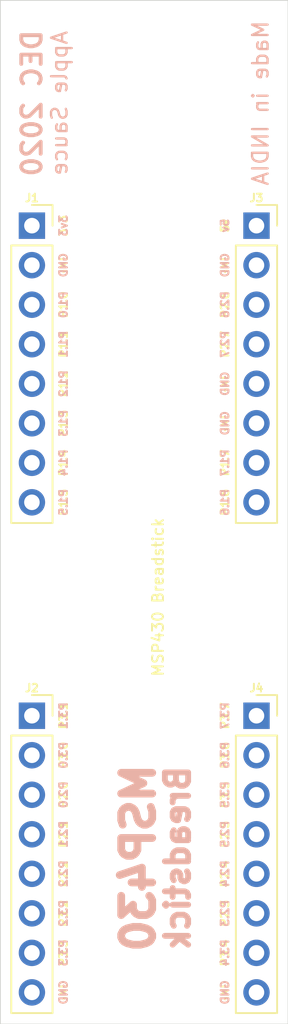
<source format=kicad_pcb>
(kicad_pcb (version 20171130) (host pcbnew 5.1.9-73d0e3b20d~88~ubuntu20.04.1)

  (general
    (thickness 1.6)
    (drawings 74)
    (tracks 0)
    (zones 0)
    (modules 4)
    (nets 2)
  )

  (page A4)
  (title_block
    (title "MSP430 BreadStick-Shield")
    (date 2021-01-20)
    (rev V0.1)
    (company "UpsideDown Labs")
  )

  (layers
    (0 F.Cu signal)
    (31 B.Cu signal)
    (32 B.Adhes user)
    (33 F.Adhes user)
    (34 B.Paste user)
    (35 F.Paste user)
    (36 B.SilkS user)
    (37 F.SilkS user)
    (38 B.Mask user)
    (39 F.Mask user)
    (40 Dwgs.User user)
    (41 Cmts.User user)
    (42 Eco1.User user)
    (43 Eco2.User user)
    (44 Edge.Cuts user)
    (45 Margin user)
    (46 B.CrtYd user)
    (47 F.CrtYd user)
    (48 B.Fab user)
    (49 F.Fab user hide)
  )

  (setup
    (last_trace_width 0.25)
    (user_trace_width 0.3)
    (trace_clearance 0.2)
    (zone_clearance 0.508)
    (zone_45_only no)
    (trace_min 0.2)
    (via_size 0.8)
    (via_drill 0.4)
    (via_min_size 0.4)
    (via_min_drill 0.3)
    (user_via 0.41 0.3)
    (uvia_size 0.3)
    (uvia_drill 0.1)
    (uvias_allowed no)
    (uvia_min_size 0.2)
    (uvia_min_drill 0.1)
    (edge_width 0.05)
    (segment_width 0.2)
    (pcb_text_width 0.3)
    (pcb_text_size 1.5 1.5)
    (mod_edge_width 0.12)
    (mod_text_size 1 1)
    (mod_text_width 0.15)
    (pad_size 1.524 1.524)
    (pad_drill 0.762)
    (pad_to_mask_clearance 0)
    (aux_axis_origin 0 0)
    (visible_elements FFFFFF7F)
    (pcbplotparams
      (layerselection 0x010fc_ffffffff)
      (usegerberextensions false)
      (usegerberattributes true)
      (usegerberadvancedattributes true)
      (creategerberjobfile true)
      (excludeedgelayer true)
      (linewidth 0.100000)
      (plotframeref false)
      (viasonmask false)
      (mode 1)
      (useauxorigin false)
      (hpglpennumber 1)
      (hpglpenspeed 20)
      (hpglpendiameter 15.000000)
      (psnegative false)
      (psa4output false)
      (plotreference true)
      (plotvalue true)
      (plotinvisibletext false)
      (padsonsilk false)
      (subtractmaskfromsilk false)
      (outputformat 1)
      (mirror false)
      (drillshape 1)
      (scaleselection 1)
      (outputdirectory ""))
  )

  (net 0 "")
  (net 1 GND)

  (net_class Default "This is the default net class."
    (clearance 0.2)
    (trace_width 0.25)
    (via_dia 0.8)
    (via_drill 0.4)
    (uvia_dia 0.3)
    (uvia_drill 0.1)
    (add_net GND)
  )

  (module Connector_PinSocket_2.54mm:PinSocket_1x08_P2.54mm_Vertical (layer F.Cu) (tedit 5A19A420) (tstamp 5FD10F7E)
    (at 142.24 91.44)
    (descr "Through hole straight socket strip, 1x08, 2.54mm pitch, single row (from Kicad 4.0.7), script generated")
    (tags "Through hole socket strip THT 1x08 2.54mm single row")
    (path /5FD4DBEE)
    (fp_text reference J4 (at 0 -1.778) (layer F.SilkS)
      (effects (font (size 0.5 0.5) (thickness 0.125)))
    )
    (fp_text value Conn_01x08_Male (at 2.794 11.938 90) (layer F.Fab)
      (effects (font (size 1 1) (thickness 0.15)))
    )
    (fp_line (start -1.27 -1.27) (end 0.635 -1.27) (layer F.Fab) (width 0.1))
    (fp_line (start 0.635 -1.27) (end 1.27 -0.635) (layer F.Fab) (width 0.1))
    (fp_line (start 1.27 -0.635) (end 1.27 19.05) (layer F.Fab) (width 0.1))
    (fp_line (start 1.27 19.05) (end -1.27 19.05) (layer F.Fab) (width 0.1))
    (fp_line (start -1.27 19.05) (end -1.27 -1.27) (layer F.Fab) (width 0.1))
    (fp_line (start -1.33 1.27) (end 1.33 1.27) (layer F.SilkS) (width 0.12))
    (fp_line (start -1.33 1.27) (end -1.33 19.11) (layer F.SilkS) (width 0.12))
    (fp_line (start -1.33 19.11) (end 1.33 19.11) (layer F.SilkS) (width 0.12))
    (fp_line (start 1.33 1.27) (end 1.33 19.11) (layer F.SilkS) (width 0.12))
    (fp_line (start 1.33 -1.33) (end 1.33 0) (layer F.SilkS) (width 0.12))
    (fp_line (start 0 -1.33) (end 1.33 -1.33) (layer F.SilkS) (width 0.12))
    (fp_line (start -1.8 -1.8) (end 1.75 -1.8) (layer F.CrtYd) (width 0.05))
    (fp_line (start 1.75 -1.8) (end 1.75 19.55) (layer F.CrtYd) (width 0.05))
    (fp_line (start 1.75 19.55) (end -1.8 19.55) (layer F.CrtYd) (width 0.05))
    (fp_line (start -1.8 19.55) (end -1.8 -1.8) (layer F.CrtYd) (width 0.05))
    (fp_text user %R (at 0 8.89 90) (layer F.Fab)
      (effects (font (size 1 1) (thickness 0.15)))
    )
    (pad 8 thru_hole oval (at 0 17.78) (size 1.7 1.7) (drill 1) (layers *.Cu *.Mask)
      (net 1 GND))
    (pad 7 thru_hole oval (at 0 15.24) (size 1.7 1.7) (drill 1) (layers *.Cu *.Mask))
    (pad 6 thru_hole oval (at 0 12.7) (size 1.7 1.7) (drill 1) (layers *.Cu *.Mask))
    (pad 5 thru_hole oval (at 0 10.16) (size 1.7 1.7) (drill 1) (layers *.Cu *.Mask))
    (pad 4 thru_hole oval (at 0 7.62) (size 1.7 1.7) (drill 1) (layers *.Cu *.Mask))
    (pad 3 thru_hole oval (at 0 5.08) (size 1.7 1.7) (drill 1) (layers *.Cu *.Mask))
    (pad 2 thru_hole oval (at 0 2.54) (size 1.7 1.7) (drill 1) (layers *.Cu *.Mask))
    (pad 1 thru_hole rect (at 0 0) (size 1.7 1.7) (drill 1) (layers *.Cu *.Mask))
    (model ${KISYS3DMOD}/Connector_PinSocket_2.54mm.3dshapes/PinSocket_1x08_P2.54mm_Vertical.wrl
      (at (xyz 0 0 0))
      (scale (xyz 1 1 1))
      (rotate (xyz 0 0 0))
    )
  )

  (module Connector_PinSocket_2.54mm:PinSocket_1x08_P2.54mm_Vertical (layer F.Cu) (tedit 5A19A420) (tstamp 5FD10F62)
    (at 142.24 59.944)
    (descr "Through hole straight socket strip, 1x08, 2.54mm pitch, single row (from Kicad 4.0.7), script generated")
    (tags "Through hole socket strip THT 1x08 2.54mm single row")
    (path /5FD4CFAC)
    (fp_text reference J3 (at 0 -1.778 180) (layer F.SilkS)
      (effects (font (size 0.5 0.5) (thickness 0.125)))
    )
    (fp_text value Conn_01x08_Male (at 2.54 9.906 90) (layer F.Fab)
      (effects (font (size 1 1) (thickness 0.15)))
    )
    (fp_line (start -1.27 -1.27) (end 0.635 -1.27) (layer F.Fab) (width 0.1))
    (fp_line (start 0.635 -1.27) (end 1.27 -0.635) (layer F.Fab) (width 0.1))
    (fp_line (start 1.27 -0.635) (end 1.27 19.05) (layer F.Fab) (width 0.1))
    (fp_line (start 1.27 19.05) (end -1.27 19.05) (layer F.Fab) (width 0.1))
    (fp_line (start -1.27 19.05) (end -1.27 -1.27) (layer F.Fab) (width 0.1))
    (fp_line (start -1.33 1.27) (end 1.33 1.27) (layer F.SilkS) (width 0.12))
    (fp_line (start -1.33 1.27) (end -1.33 19.11) (layer F.SilkS) (width 0.12))
    (fp_line (start -1.33 19.11) (end 1.33 19.11) (layer F.SilkS) (width 0.12))
    (fp_line (start 1.33 1.27) (end 1.33 19.11) (layer F.SilkS) (width 0.12))
    (fp_line (start 1.33 -1.33) (end 1.33 0) (layer F.SilkS) (width 0.12))
    (fp_line (start 0 -1.33) (end 1.33 -1.33) (layer F.SilkS) (width 0.12))
    (fp_line (start -1.8 -1.8) (end 1.75 -1.8) (layer F.CrtYd) (width 0.05))
    (fp_line (start 1.75 -1.8) (end 1.75 19.55) (layer F.CrtYd) (width 0.05))
    (fp_line (start 1.75 19.55) (end -1.8 19.55) (layer F.CrtYd) (width 0.05))
    (fp_line (start -1.8 19.55) (end -1.8 -1.8) (layer F.CrtYd) (width 0.05))
    (fp_text user %R (at 0 8.89 90) (layer F.Fab)
      (effects (font (size 1 1) (thickness 0.15)))
    )
    (pad 8 thru_hole oval (at 0 17.78) (size 1.7 1.7) (drill 1) (layers *.Cu *.Mask))
    (pad 7 thru_hole oval (at 0 15.24) (size 1.7 1.7) (drill 1) (layers *.Cu *.Mask))
    (pad 6 thru_hole oval (at 0 12.7) (size 1.7 1.7) (drill 1) (layers *.Cu *.Mask)
      (net 1 GND))
    (pad 5 thru_hole oval (at 0 10.16) (size 1.7 1.7) (drill 1) (layers *.Cu *.Mask)
      (net 1 GND))
    (pad 4 thru_hole oval (at 0 7.62) (size 1.7 1.7) (drill 1) (layers *.Cu *.Mask))
    (pad 3 thru_hole oval (at 0 5.08) (size 1.7 1.7) (drill 1) (layers *.Cu *.Mask))
    (pad 2 thru_hole oval (at 0 2.54) (size 1.7 1.7) (drill 1) (layers *.Cu *.Mask)
      (net 1 GND))
    (pad 1 thru_hole rect (at 0 0) (size 1.7 1.7) (drill 1) (layers *.Cu *.Mask))
    (model ${KISYS3DMOD}/Connector_PinSocket_2.54mm.3dshapes/PinSocket_1x08_P2.54mm_Vertical.wrl
      (at (xyz 0 0 0))
      (scale (xyz 1 1 1))
      (rotate (xyz 0 0 0))
    )
  )

  (module Connector_PinSocket_2.54mm:PinSocket_1x08_P2.54mm_Vertical (layer F.Cu) (tedit 5A19A420) (tstamp 5FD10F46)
    (at 127.762 91.44)
    (descr "Through hole straight socket strip, 1x08, 2.54mm pitch, single row (from Kicad 4.0.7), script generated")
    (tags "Through hole socket strip THT 1x08 2.54mm single row")
    (path /5FD4C3DB)
    (fp_text reference J2 (at 0 -1.778) (layer F.SilkS)
      (effects (font (size 0.5 0.5) (thickness 0.125)))
    )
    (fp_text value Conn_01x08_Male (at -3.048 11.7348 90) (layer F.Fab)
      (effects (font (size 1 1) (thickness 0.15)))
    )
    (fp_line (start -1.27 -1.27) (end 0.635 -1.27) (layer F.Fab) (width 0.1))
    (fp_line (start 0.635 -1.27) (end 1.27 -0.635) (layer F.Fab) (width 0.1))
    (fp_line (start 1.27 -0.635) (end 1.27 19.05) (layer F.Fab) (width 0.1))
    (fp_line (start 1.27 19.05) (end -1.27 19.05) (layer F.Fab) (width 0.1))
    (fp_line (start -1.27 19.05) (end -1.27 -1.27) (layer F.Fab) (width 0.1))
    (fp_line (start -1.33 1.27) (end 1.33 1.27) (layer F.SilkS) (width 0.12))
    (fp_line (start -1.33 1.27) (end -1.33 19.11) (layer F.SilkS) (width 0.12))
    (fp_line (start -1.33 19.11) (end 1.33 19.11) (layer F.SilkS) (width 0.12))
    (fp_line (start 1.33 1.27) (end 1.33 19.11) (layer F.SilkS) (width 0.12))
    (fp_line (start 1.33 -1.33) (end 1.33 0) (layer F.SilkS) (width 0.12))
    (fp_line (start 0 -1.33) (end 1.33 -1.33) (layer F.SilkS) (width 0.12))
    (fp_line (start -1.8 -1.8) (end 1.75 -1.8) (layer F.CrtYd) (width 0.05))
    (fp_line (start 1.75 -1.8) (end 1.75 19.55) (layer F.CrtYd) (width 0.05))
    (fp_line (start 1.75 19.55) (end -1.8 19.55) (layer F.CrtYd) (width 0.05))
    (fp_line (start -1.8 19.55) (end -1.8 -1.8) (layer F.CrtYd) (width 0.05))
    (fp_text user %R (at 0 8.89 90) (layer F.Fab)
      (effects (font (size 1 1) (thickness 0.15)))
    )
    (pad 8 thru_hole oval (at 0 17.78) (size 1.7 1.7) (drill 1) (layers *.Cu *.Mask)
      (net 1 GND))
    (pad 7 thru_hole oval (at 0 15.24) (size 1.7 1.7) (drill 1) (layers *.Cu *.Mask))
    (pad 6 thru_hole oval (at 0 12.7) (size 1.7 1.7) (drill 1) (layers *.Cu *.Mask))
    (pad 5 thru_hole oval (at 0 10.16) (size 1.7 1.7) (drill 1) (layers *.Cu *.Mask))
    (pad 4 thru_hole oval (at 0 7.62) (size 1.7 1.7) (drill 1) (layers *.Cu *.Mask))
    (pad 3 thru_hole oval (at 0 5.08) (size 1.7 1.7) (drill 1) (layers *.Cu *.Mask))
    (pad 2 thru_hole oval (at 0 2.54) (size 1.7 1.7) (drill 1) (layers *.Cu *.Mask))
    (pad 1 thru_hole rect (at 0 0) (size 1.7 1.7) (drill 1) (layers *.Cu *.Mask))
    (model ${KISYS3DMOD}/Connector_PinSocket_2.54mm.3dshapes/PinSocket_1x08_P2.54mm_Vertical.wrl
      (at (xyz 0 0 0))
      (scale (xyz 1 1 1))
      (rotate (xyz 0 0 0))
    )
  )

  (module Connector_PinSocket_2.54mm:PinSocket_1x08_P2.54mm_Vertical (layer F.Cu) (tedit 5A19A420) (tstamp 5FD10F2A)
    (at 127.762 59.944)
    (descr "Through hole straight socket strip, 1x08, 2.54mm pitch, single row (from Kicad 4.0.7), script generated")
    (tags "Through hole socket strip THT 1x08 2.54mm single row")
    (path /5FD4A9C7)
    (fp_text reference J1 (at 0 -1.778) (layer F.SilkS)
      (effects (font (size 0.5 0.5) (thickness 0.125)))
    )
    (fp_text value Conn_01x08_Male (at -2.794 11.43 90) (layer F.Fab)
      (effects (font (size 1 1) (thickness 0.15)))
    )
    (fp_line (start -1.27 -1.27) (end 0.635 -1.27) (layer F.Fab) (width 0.1))
    (fp_line (start 0.635 -1.27) (end 1.27 -0.635) (layer F.Fab) (width 0.1))
    (fp_line (start 1.27 -0.635) (end 1.27 19.05) (layer F.Fab) (width 0.1))
    (fp_line (start 1.27 19.05) (end -1.27 19.05) (layer F.Fab) (width 0.1))
    (fp_line (start -1.27 19.05) (end -1.27 -1.27) (layer F.Fab) (width 0.1))
    (fp_line (start -1.33 1.27) (end 1.33 1.27) (layer F.SilkS) (width 0.12))
    (fp_line (start -1.33 1.27) (end -1.33 19.11) (layer F.SilkS) (width 0.12))
    (fp_line (start -1.33 19.11) (end 1.33 19.11) (layer F.SilkS) (width 0.12))
    (fp_line (start 1.33 1.27) (end 1.33 19.11) (layer F.SilkS) (width 0.12))
    (fp_line (start 1.33 -1.33) (end 1.33 0) (layer F.SilkS) (width 0.12))
    (fp_line (start 0 -1.33) (end 1.33 -1.33) (layer F.SilkS) (width 0.12))
    (fp_line (start -1.8 -1.8) (end 1.75 -1.8) (layer F.CrtYd) (width 0.05))
    (fp_line (start 1.75 -1.8) (end 1.75 19.55) (layer F.CrtYd) (width 0.05))
    (fp_line (start 1.75 19.55) (end -1.8 19.55) (layer F.CrtYd) (width 0.05))
    (fp_line (start -1.8 19.55) (end -1.8 -1.8) (layer F.CrtYd) (width 0.05))
    (fp_text user %R (at 0 8.89 90) (layer F.Fab)
      (effects (font (size 1 1) (thickness 0.15)))
    )
    (pad 8 thru_hole oval (at 0 17.78) (size 1.7 1.7) (drill 1) (layers *.Cu *.Mask))
    (pad 7 thru_hole oval (at 0 15.24) (size 1.7 1.7) (drill 1) (layers *.Cu *.Mask))
    (pad 6 thru_hole oval (at 0 12.7) (size 1.7 1.7) (drill 1) (layers *.Cu *.Mask))
    (pad 5 thru_hole oval (at 0 10.16) (size 1.7 1.7) (drill 1) (layers *.Cu *.Mask))
    (pad 4 thru_hole oval (at 0 7.62) (size 1.7 1.7) (drill 1) (layers *.Cu *.Mask))
    (pad 3 thru_hole oval (at 0 5.08) (size 1.7 1.7) (drill 1) (layers *.Cu *.Mask))
    (pad 2 thru_hole oval (at 0 2.54) (size 1.7 1.7) (drill 1) (layers *.Cu *.Mask)
      (net 1 GND))
    (pad 1 thru_hole rect (at 0 0) (size 1.7 1.7) (drill 1) (layers *.Cu *.Mask))
    (model ${KISYS3DMOD}/Connector_PinSocket_2.54mm.3dshapes/PinSocket_1x08_P2.54mm_Vertical.wrl
      (at (xyz 0 0 0))
      (scale (xyz 1 1 1))
      (rotate (xyz 0 0 0))
    )
  )

  (gr_text Breadstick (at 137.16 100.584 90) (layer B.SilkS)
    (effects (font (size 1.5 1.5) (thickness 0.375)) (justify mirror))
  )
  (gr_text "DEC 2020" (at 127.762 52.078 90) (layer B.SilkS)
    (effects (font (size 1.25 1.25) (thickness 0.25)) (justify mirror))
  )
  (gr_text 5v (at 140.208 59.944 90) (layer B.SilkS) (tstamp 5FD36A1F)
    (effects (font (size 0.5 0.5) (thickness 0.125)) (justify mirror))
  )
  (gr_text GND (at 140.208 62.484 90) (layer B.SilkS) (tstamp 5FD36A1B)
    (effects (font (size 0.5 0.5) (thickness 0.125)) (justify mirror))
  )
  (gr_text P2.6 (at 140.208 65.024 90) (layer B.SilkS) (tstamp 5FD36A17)
    (effects (font (size 0.5 0.5) (thickness 0.125)) (justify mirror))
  )
  (gr_text P2.7 (at 140.208 67.564 90) (layer B.SilkS) (tstamp 5FD36A13)
    (effects (font (size 0.5 0.5) (thickness 0.125)) (justify mirror))
  )
  (gr_text GND (at 140.208 70.104 90) (layer B.SilkS) (tstamp 5FD369F8)
    (effects (font (size 0.5 0.5) (thickness 0.125)) (justify mirror))
  )
  (gr_text GND (at 140.208 72.644 90) (layer B.SilkS) (tstamp 5FD369F4)
    (effects (font (size 0.5 0.5) (thickness 0.125)) (justify mirror))
  )
  (gr_text P1.7 (at 140.208 75.184 90) (layer B.SilkS) (tstamp 5FD369F0)
    (effects (font (size 0.5 0.5) (thickness 0.125)) (justify mirror))
  )
  (gr_text P1.6 (at 140.208 77.724 90) (layer B.SilkS) (tstamp 5FD369EC)
    (effects (font (size 0.5 0.5) (thickness 0.125)) (justify mirror))
  )
  (gr_text P3.7 (at 140.208 91.44 90) (layer B.SilkS) (tstamp 5FD369D2)
    (effects (font (size 0.5 0.5) (thickness 0.125)) (justify mirror))
  )
  (gr_text P3.6 (at 140.208 93.98 90) (layer B.SilkS) (tstamp 5FD3687E)
    (effects (font (size 0.5 0.5) (thickness 0.125)) (justify mirror))
  )
  (gr_text P3.5 (at 140.208 96.52 90) (layer B.SilkS) (tstamp 5FD3687A)
    (effects (font (size 0.5 0.5) (thickness 0.125)) (justify mirror))
  )
  (gr_text P2.5 (at 140.208 99.06 90) (layer B.SilkS) (tstamp 5FD36875)
    (effects (font (size 0.5 0.5) (thickness 0.125)) (justify mirror))
  )
  (gr_text P2.4 (at 140.208 101.6 90) (layer B.SilkS) (tstamp 5FD36870)
    (effects (font (size 0.5 0.5) (thickness 0.125)) (justify mirror))
  )
  (gr_text P2.3 (at 140.208 104.14 90) (layer B.SilkS) (tstamp 5FD3686C)
    (effects (font (size 0.5 0.5) (thickness 0.125)) (justify mirror))
  )
  (gr_text P3.4 (at 140.208 106.68 90) (layer B.SilkS) (tstamp 5FD36868)
    (effects (font (size 0.5 0.5) (thickness 0.125)) (justify mirror))
  )
  (gr_text GND (at 140.208 109.22 90) (layer B.SilkS) (tstamp 5FD36864)
    (effects (font (size 0.5 0.5) (thickness 0.125)) (justify mirror))
  )
  (gr_text GND (at 129.794 109.22 90) (layer B.SilkS) (tstamp 5FD36526)
    (effects (font (size 0.5 0.5) (thickness 0.125)) (justify mirror))
  )
  (gr_text P3.3 (at 129.794 106.68 90) (layer B.SilkS) (tstamp 5FD36522)
    (effects (font (size 0.5 0.5) (thickness 0.125)) (justify mirror))
  )
  (gr_text P3.2 (at 129.794 104.14 90) (layer B.SilkS) (tstamp 5FD3651E)
    (effects (font (size 0.5 0.5) (thickness 0.125)) (justify mirror))
  )
  (gr_text P2.2 (at 129.794 101.6 90) (layer B.SilkS) (tstamp 5FD3651A)
    (effects (font (size 0.5 0.5) (thickness 0.125)) (justify mirror))
  )
  (gr_text P2.1 (at 129.794 99.06 90) (layer B.SilkS) (tstamp 5FD36516)
    (effects (font (size 0.5 0.5) (thickness 0.125)) (justify mirror))
  )
  (gr_text P2.0 (at 129.794 96.52 90) (layer B.SilkS) (tstamp 5FD36512)
    (effects (font (size 0.5 0.5) (thickness 0.125)) (justify mirror))
  )
  (gr_text P3.0 (at 129.794 93.98 90) (layer B.SilkS) (tstamp 5FD3650E)
    (effects (font (size 0.5 0.5) (thickness 0.125)) (justify mirror))
  )
  (gr_text P3.1 (at 129.794 91.44 90) (layer B.SilkS) (tstamp 5FD3650A)
    (effects (font (size 0.5 0.5) (thickness 0.125)) (justify mirror))
  )
  (gr_text P1.5 (at 129.794 77.724 90) (layer B.SilkS) (tstamp 5FD36506)
    (effects (font (size 0.5 0.5) (thickness 0.125)) (justify mirror))
  )
  (gr_text P1.4 (at 129.794 75.184 90) (layer B.SilkS) (tstamp 5FD36502)
    (effects (font (size 0.5 0.5) (thickness 0.125)) (justify mirror))
  )
  (gr_text P1.3 (at 129.794 72.644 90) (layer B.SilkS) (tstamp 5FD364FE)
    (effects (font (size 0.5 0.5) (thickness 0.125)) (justify mirror))
  )
  (gr_text P1.2 (at 129.794 70.104 90) (layer B.SilkS) (tstamp 5FD364FA)
    (effects (font (size 0.5 0.5) (thickness 0.125)) (justify mirror))
  )
  (gr_text P1.1 (at 129.794 67.564 90) (layer B.SilkS) (tstamp 5FD364F6)
    (effects (font (size 0.5 0.5) (thickness 0.125)) (justify mirror))
  )
  (gr_text P1.0 (at 129.794 65.024 90) (layer B.SilkS) (tstamp 5FD364F2)
    (effects (font (size 0.5 0.5) (thickness 0.125)) (justify mirror))
  )
  (gr_text GND (at 129.794 62.484 90) (layer B.SilkS) (tstamp 5FD364EE)
    (effects (font (size 0.5 0.5) (thickness 0.125)) (justify mirror))
  )
  (gr_text 3v3 (at 129.794 59.944 90) (layer B.SilkS) (tstamp 5FD363DA)
    (effects (font (size 0.5 0.5) (thickness 0.125)) (justify mirror))
  )
  (gr_text "Made in INDIA" (at 142.5 52.07 90) (layer B.SilkS)
    (effects (font (size 1 1) (thickness 0.15)) (justify mirror))
  )
  (gr_text "Apple Sauce" (at 129.54 52.078 90) (layer B.SilkS)
    (effects (font (size 1 1) (thickness 0.15)) (justify mirror))
  )
  (gr_text MSP430 (at 134.62 100.584 90) (layer B.SilkS)
    (effects (font (size 2 2) (thickness 0.5)) (justify mirror))
  )
  (gr_text "MSP430 Breadstick" (at 135.89 83.82 90) (layer F.SilkS)
    (effects (font (size 0.7 0.7) (thickness 0.125)))
  )
  (gr_text GND (at 140.208 109.22 90) (layer F.SilkS) (tstamp 5FD2CAD0)
    (effects (font (size 0.5 0.5) (thickness 0.125)))
  )
  (gr_text P3.4 (at 140.208 106.68 90) (layer F.SilkS)
    (effects (font (size 0.5 0.5) (thickness 0.125)))
  )
  (gr_text P2.3 (at 140.208 104.14 90) (layer F.SilkS)
    (effects (font (size 0.5 0.5) (thickness 0.125)))
  )
  (gr_text P2.4 (at 140.208 101.6 90) (layer F.SilkS)
    (effects (font (size 0.5 0.5) (thickness 0.125)))
  )
  (gr_text P2.5 (at 140.208 99.06 90) (layer F.SilkS)
    (effects (font (size 0.5 0.5) (thickness 0.125)))
  )
  (gr_text P3.5 (at 140.208 96.52 90) (layer F.SilkS)
    (effects (font (size 0.5 0.5) (thickness 0.125)))
  )
  (gr_text P3.6 (at 140.208 93.98 90) (layer F.SilkS)
    (effects (font (size 0.5 0.5) (thickness 0.125)))
  )
  (gr_text P3.7 (at 140.208 91.44 90) (layer F.SilkS)
    (effects (font (size 0.5 0.5) (thickness 0.125)))
  )
  (gr_text P1.6 (at 140.208 77.724 90) (layer F.SilkS)
    (effects (font (size 0.5 0.5) (thickness 0.125)))
  )
  (gr_text P1.7 (at 140.208 75.184 90) (layer F.SilkS)
    (effects (font (size 0.5 0.5) (thickness 0.125)))
  )
  (gr_text GND (at 140.208 72.644 90) (layer F.SilkS) (tstamp 5FD2CAC1)
    (effects (font (size 0.5 0.5) (thickness 0.125)))
  )
  (gr_text GND (at 140.208 70.104 90) (layer F.SilkS)
    (effects (font (size 0.5 0.5) (thickness 0.125)))
  )
  (gr_text P2.7 (at 140.208 67.564 90) (layer F.SilkS)
    (effects (font (size 0.5 0.5) (thickness 0.125)))
  )
  (gr_text P2.6 (at 140.208 65.024 90) (layer F.SilkS)
    (effects (font (size 0.5 0.5) (thickness 0.125)))
  )
  (gr_text GND (at 140.208 62.484 90) (layer F.SilkS)
    (effects (font (size 0.5 0.5) (thickness 0.125)))
  )
  (gr_text 5v (at 140.208 59.944 90) (layer F.SilkS)
    (effects (font (size 0.5 0.5) (thickness 0.125)))
  )
  (gr_text GND (at 129.794 109.22 90) (layer F.SilkS)
    (effects (font (size 0.5 0.5) (thickness 0.125)))
  )
  (gr_text P3.3 (at 129.794 106.68 90) (layer F.SilkS)
    (effects (font (size 0.5 0.5) (thickness 0.125)))
  )
  (gr_text P3.2 (at 129.794 104.14 90) (layer F.SilkS)
    (effects (font (size 0.5 0.5) (thickness 0.125)))
  )
  (gr_text P2.2 (at 129.794 101.6 90) (layer F.SilkS)
    (effects (font (size 0.5 0.5) (thickness 0.125)))
  )
  (gr_text P2.1 (at 129.794 99.06 90) (layer F.SilkS)
    (effects (font (size 0.5 0.5) (thickness 0.125)))
  )
  (gr_text P2.0 (at 129.794 96.52 90) (layer F.SilkS)
    (effects (font (size 0.5 0.5) (thickness 0.125)))
  )
  (gr_text P3.0 (at 129.794 93.98 90) (layer F.SilkS)
    (effects (font (size 0.5 0.5) (thickness 0.125)))
  )
  (gr_text P3.1 (at 129.794 91.44 90) (layer F.SilkS)
    (effects (font (size 0.5 0.5) (thickness 0.125)))
  )
  (gr_text P1.5 (at 129.794 77.724 90) (layer F.SilkS)
    (effects (font (size 0.5 0.5) (thickness 0.125)))
  )
  (gr_text P1.4 (at 129.794 75.184 90) (layer F.SilkS)
    (effects (font (size 0.5 0.5) (thickness 0.125)))
  )
  (gr_text P1.3 (at 129.794 72.644 90) (layer F.SilkS)
    (effects (font (size 0.5 0.5) (thickness 0.125)))
  )
  (gr_text P1.2 (at 129.794 70.104 90) (layer F.SilkS)
    (effects (font (size 0.5 0.5) (thickness 0.125)))
  )
  (gr_text P1.1 (at 129.794 67.564 90) (layer F.SilkS)
    (effects (font (size 0.5 0.5) (thickness 0.125)))
  )
  (gr_text P1.0 (at 129.794 65.024 90) (layer F.SilkS)
    (effects (font (size 0.5 0.5) (thickness 0.125)))
  )
  (gr_text GND (at 129.794 62.484 90) (layer F.SilkS)
    (effects (font (size 0.5 0.5) (thickness 0.125)))
  )
  (gr_text 3v3 (at 129.794 59.944 90) (layer F.SilkS)
    (effects (font (size 0.5 0.5) (thickness 0.125)))
  )
  (gr_line (start 125.73 45.466) (end 125.73 111.252) (layer Edge.Cuts) (width 0.05) (tstamp 5FD2357F))
  (gr_line (start 144.272 45.466) (end 125.73 45.466) (layer Edge.Cuts) (width 0.05))
  (gr_line (start 144.272 111.252) (end 144.272 45.466) (layer Edge.Cuts) (width 0.05))
  (gr_line (start 125.73 111.252) (end 144.272 111.252) (layer Edge.Cuts) (width 0.05))

  (zone (net 1) (net_name GND) (layer B.Cu) (tstamp 0) (hatch edge 0.508)
    (connect_pads (clearance 0.508))
    (min_thickness 0.254)
    (fill (arc_segments 32) (thermal_gap 0.508) (thermal_bridge_width 0.508))
    (polygon
      (pts
        (xy 144.272 111.252) (xy 125.73 111.252) (xy 125.73 45.466) (xy 144.272 45.466)
      )
    )
  )
  (zone (net 1) (net_name GND) (layer F.Cu) (tstamp 0) (hatch edge 0.508)
    (connect_pads (clearance 0.508))
    (min_thickness 0.254)
    (fill (arc_segments 32) (thermal_gap 0.508) (thermal_bridge_width 0.508))
    (polygon
      (pts
        (xy 144.272 111.252) (xy 125.73 111.252) (xy 125.73 45.466) (xy 144.272 45.466)
      )
    )
  )
)

</source>
